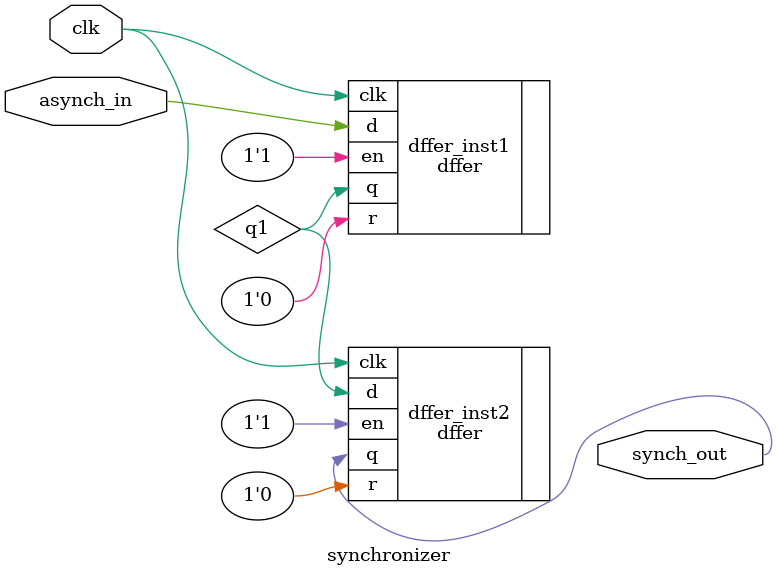
<source format=v>
module synchronizer (
    asynch_in,
    clk,
    synch_out
);
    input asynch_in, clk;
    output synch_out;

    wire q1;
    
    //第一级d触发器
    dffer dffer_inst1(.d(asynch_in), .clk(clk), .r(1'b0), .q(q1), .en(1'b1));

    //第二级d触发器
    dffer dffer_inst2(.d(q1), .clk(clk), .r(1'b0), .q(synch_out), .en(1'b1));
endmodule
</source>
